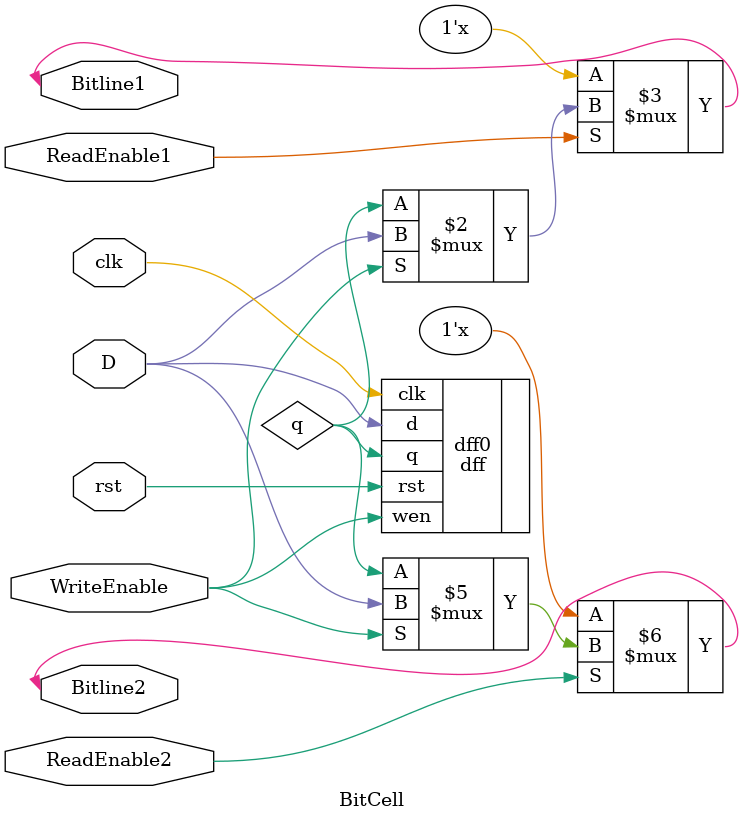
<source format=sv>
module BitCell( input clk,  input rst, input D, input WriteEnable, 
	input ReadEnable1, input ReadEnable2, inout Bitline1, inout Bitline2);

wire q;
dff dff0(.d(D), .q(q), .wen(WriteEnable), .rst(rst), .clk(clk));

assign Bitline1 = ~ReadEnable1 ? 1'bz : 
					WriteEnable ? D : q;
assign Bitline2 = ~ReadEnable2 ? 1'bz : 
					WriteEnable ? D : q;

endmodule
</source>
